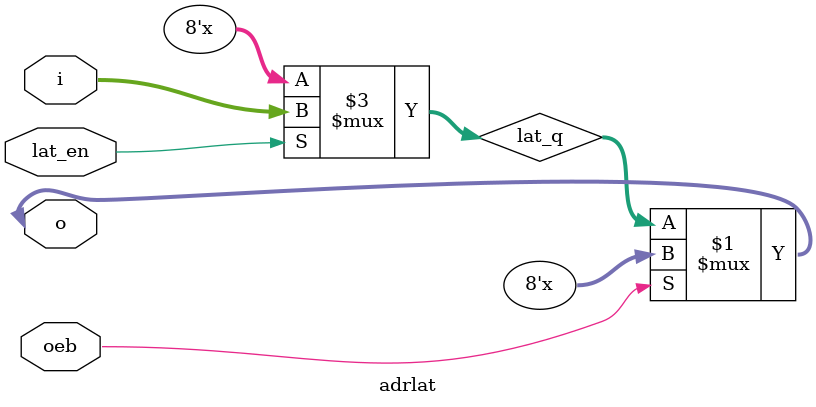
<source format=v>
module adrlat(
              input [7:0] i,
              inout [7:0] o,
              input oeb,
              input lat_en
              );
  reg [7:0]         lat_q;
  assign o = (oeb) ? 8'bz : lat_q;
  always @ ( *  )
    if (lat_en)
      lat_q <= i;
endmodule
</source>
